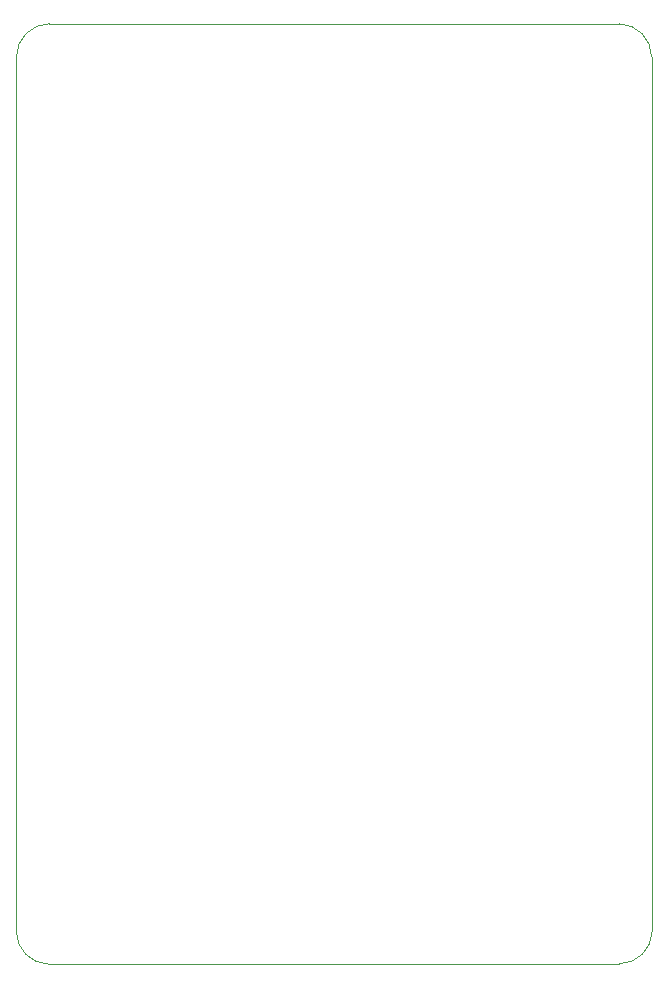
<source format=gbr>
%TF.GenerationSoftware,KiCad,Pcbnew,7.0.8*%
%TF.CreationDate,2023-10-22T09:09:43+02:00*%
%TF.ProjectId,Wemos UNO,57656d6f-7320-4554-9e4f-2e6b69636164,rev?*%
%TF.SameCoordinates,Original*%
%TF.FileFunction,Profile,NP*%
%FSLAX46Y46*%
G04 Gerber Fmt 4.6, Leading zero omitted, Abs format (unit mm)*
G04 Created by KiCad (PCBNEW 7.0.8) date 2023-10-22 09:09:43*
%MOMM*%
%LPD*%
G01*
G04 APERTURE LIST*
%TA.AperFunction,Profile*%
%ADD10C,0.050000*%
%TD*%
G04 APERTURE END LIST*
D10*
X108458000Y-119380000D02*
G75*
G03*
X111209593Y-122171634I2797001J5002D01*
G01*
X159514365Y-122131593D02*
G75*
G03*
X162305999Y-119380000I-5002J2797001D01*
G01*
X162254593Y-45346635D02*
G75*
G03*
X159503000Y-42555001I-2797001J-5002D01*
G01*
X111270000Y-42553001D02*
G75*
G03*
X108478366Y-45304593I5000J-2796999D01*
G01*
X108458000Y-119380000D02*
X108478365Y-45304593D01*
X159514365Y-122131593D02*
X111209593Y-122171635D01*
X162254593Y-45346635D02*
X162306000Y-119380000D01*
X111270000Y-42553000D02*
X159503000Y-42555000D01*
M02*

</source>
